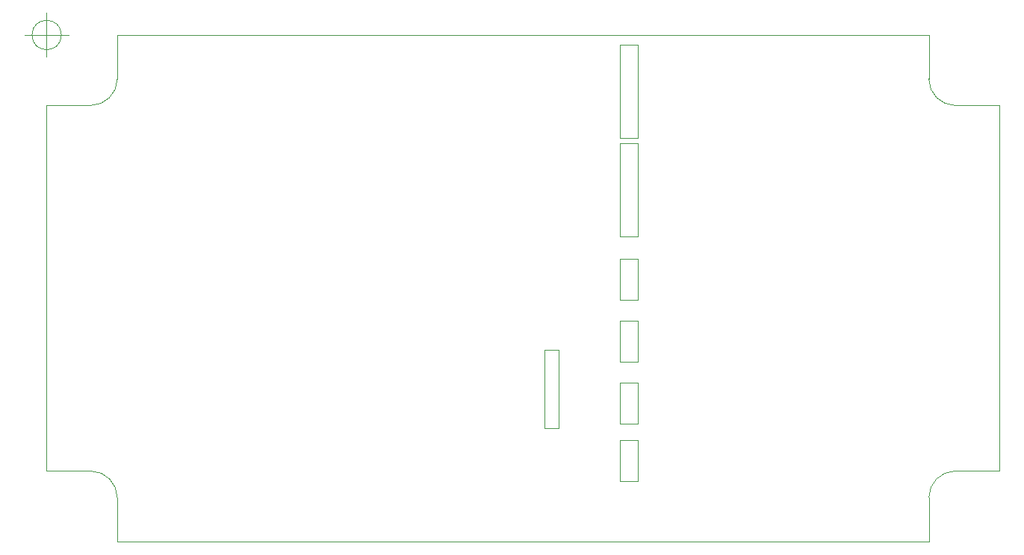
<source format=gbr>
%TF.GenerationSoftware,KiCad,Pcbnew,5.99.0-unknown-r23488-c1ecb425*%
%TF.CreationDate,2020-11-05T19:30:28+01:00*%
%TF.ProjectId,MadPresso,4d616450-7265-4737-936f-2e6b69636164,rev?*%
%TF.SameCoordinates,PXa8e54e0PY549d608*%
%TF.FileFunction,Profile,NP*%
%FSLAX46Y46*%
G04 Gerber Fmt 4.6, Leading zero omitted, Abs format (unit mm)*
G04 Created by KiCad (PCBNEW 5.99.0-unknown-r23488-c1ecb425) date 2020-11-05 19:30:28*
%MOMM*%
%LPD*%
G01*
G04 APERTURE LIST*
%TA.AperFunction,Profile*%
%ADD10C,0.050000*%
%TD*%
G04 APERTURE END LIST*
D10*
X-175433334Y88725000D02*
G75*
G03*
X-175433334Y88725000I-1666666J0D01*
G01*
X-179600000Y88725000D02*
X-174600000Y88725000D01*
X-177100000Y91225000D02*
X-177100000Y86225000D01*
X-110100000Y44575000D02*
X-112100000Y44575000D01*
X-112100000Y44575000D02*
X-112100000Y49275000D01*
X-112100000Y49275000D02*
X-110100000Y49275000D01*
X-110100000Y49275000D02*
X-110100000Y44575000D01*
X-112100000Y58625000D02*
X-112100000Y63325000D01*
X-110100000Y63325000D02*
X-110100000Y58625000D01*
X-110100000Y58625000D02*
X-112100000Y58625000D01*
X-112100000Y63325000D02*
X-110100000Y63325000D01*
X-112100000Y76425000D02*
X-110100000Y76425000D01*
X-112100000Y65825000D02*
X-112100000Y76425000D01*
X-110100000Y65825000D02*
X-112100000Y65825000D01*
X-110100000Y76425000D02*
X-110100000Y65825000D01*
X-112100000Y87625000D02*
X-110100000Y87625000D01*
X-110125000Y42745000D02*
X-110125000Y38045000D01*
X-110100000Y51595000D02*
X-112100000Y51595000D01*
X-112125000Y42745000D02*
X-110125000Y42745000D01*
X-112125000Y38045000D02*
X-112125000Y42745000D01*
X-110125000Y38045000D02*
X-112125000Y38045000D01*
X-110100000Y77025000D02*
X-112100000Y77025000D01*
X-112100000Y77025000D02*
X-112100000Y87625000D01*
X-112100000Y51595000D02*
X-112100000Y56295000D01*
X-110100000Y56295000D02*
X-110100000Y51595000D01*
X-112100000Y56295000D02*
X-110100000Y56295000D01*
X-120650000Y52975000D02*
X-119050000Y52975000D01*
X-119050000Y52975000D02*
X-119050000Y44125000D01*
X-119050000Y44125000D02*
X-120650000Y44125000D01*
X-120650000Y44125000D02*
X-120650000Y52975000D01*
X-110100000Y87625000D02*
X-110100000Y77025000D01*
%TO.C,Case*%
X-169100126Y88729836D02*
X-77100126Y88729836D01*
X-74100126Y39229836D02*
X-69100126Y39229836D01*
X-77100126Y83729836D02*
X-77100126Y88729836D01*
X-177100126Y80729836D02*
X-172100126Y80729836D01*
X-69100126Y80729836D02*
X-74100126Y80729836D01*
X-172100126Y39229836D02*
X-177100126Y39229836D01*
X-169100126Y31229836D02*
X-169100126Y36229836D01*
X-177100126Y80729836D02*
X-177100126Y39229836D01*
X-169100126Y88729836D02*
X-169100126Y83729836D01*
X-77100126Y31229836D02*
X-77100126Y36229836D01*
X-69100126Y80729836D02*
X-69100126Y39229836D01*
X-169100126Y31229836D02*
X-77100126Y31229836D01*
X-172100126Y39229836D02*
G75*
G02*
X-169100126Y36229836I0J-3000000D01*
G01*
X-77100126Y36229836D02*
G75*
G02*
X-74100126Y39229836I3000000J0D01*
G01*
X-74100126Y80729836D02*
G75*
G02*
X-77100126Y83729836I0J3000000D01*
G01*
X-169100126Y83729836D02*
G75*
G02*
X-172100126Y80729836I-3000000J0D01*
G01*
%TD*%
M02*

</source>
